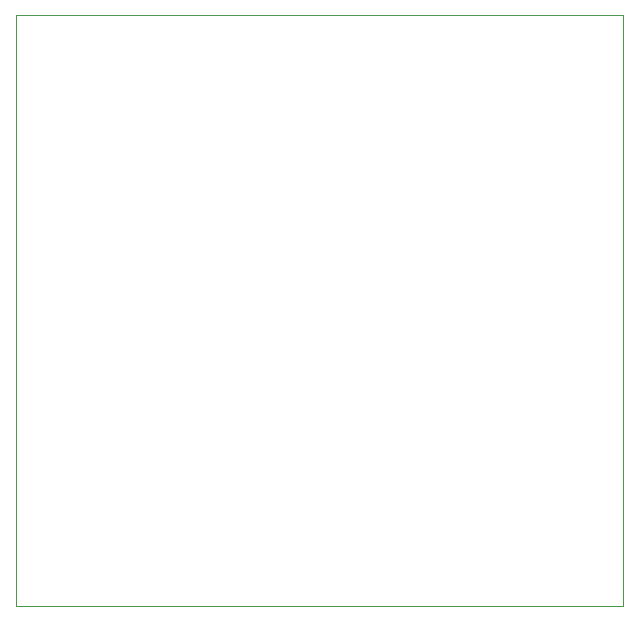
<source format=gbr>
G04 #@! TF.GenerationSoftware,KiCad,Pcbnew,(5.1.6)-1*
G04 #@! TF.CreationDate,2020-10-17T23:58:27+09:00*
G04 #@! TF.ProjectId,guardianCam_Wifi,67756172-6469-4616-9e43-616d5f576966,rev?*
G04 #@! TF.SameCoordinates,Original*
G04 #@! TF.FileFunction,Profile,NP*
%FSLAX46Y46*%
G04 Gerber Fmt 4.6, Leading zero omitted, Abs format (unit mm)*
G04 Created by KiCad (PCBNEW (5.1.6)-1) date 2020-10-17 23:58:27*
%MOMM*%
%LPD*%
G01*
G04 APERTURE LIST*
G04 #@! TA.AperFunction,Profile*
%ADD10C,0.050000*%
G04 #@! TD*
G04 APERTURE END LIST*
D10*
X150508000Y-156423600D02*
X151778000Y-156423600D01*
X151778000Y-106423600D02*
X150508000Y-106423600D01*
X150508000Y-106423600D02*
X100358000Y-106423600D01*
X151778000Y-156423600D02*
X151778000Y-106423600D01*
X100358000Y-156423600D02*
X150508000Y-156423600D01*
X100358000Y-106423600D02*
X100358000Y-156423600D01*
M02*

</source>
